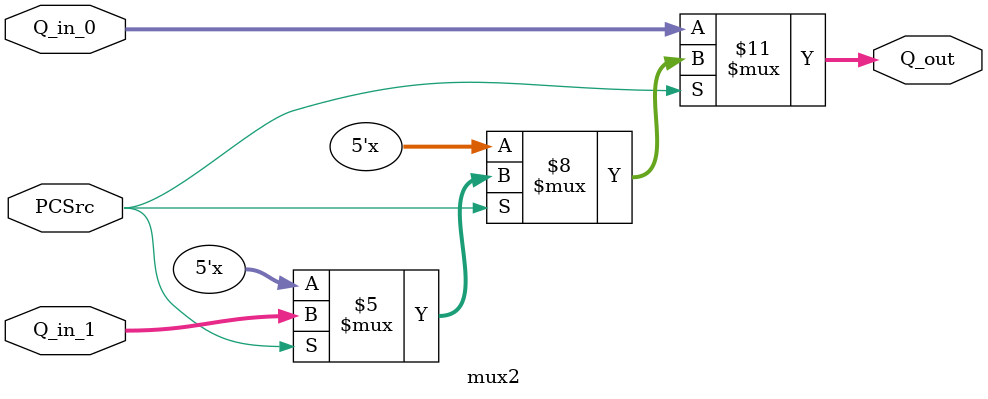
<source format=v>
`timescale 1ns / 1ps


module mux2(
   input wire[4:0] Q_in_0,
   input wire[4:0] Q_in_1,
   input wire PCSrc,
   output reg[4:0] Q_out
);

   always @ (*) begin
       if ( PCSrc == 1'b0 )        Q_out = Q_in_0;
       else if ( PCSrc == 1'b1 )   Q_out = Q_in_1;
   end

endmodule



</source>
